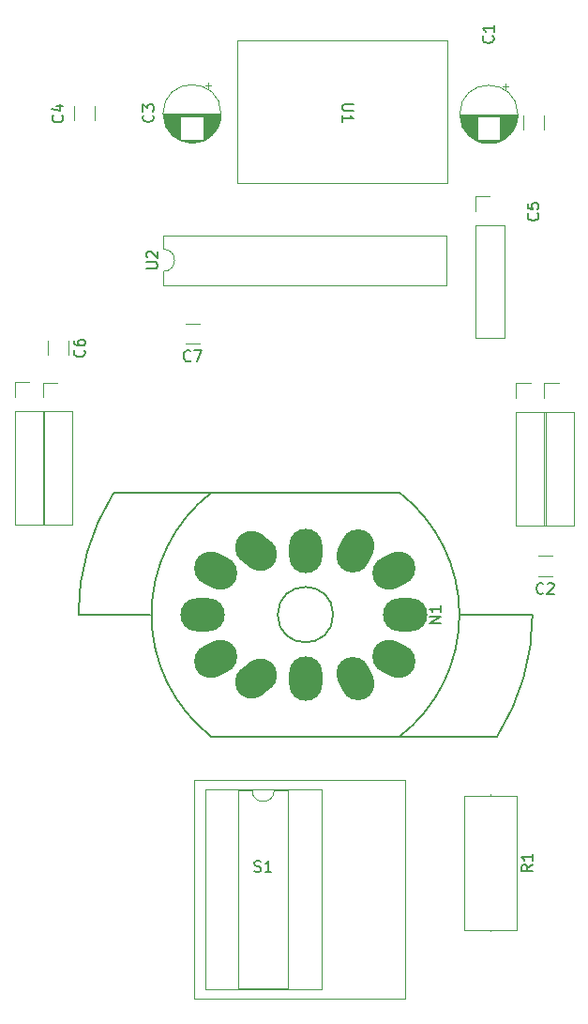
<source format=gbr>
%TF.GenerationSoftware,KiCad,Pcbnew,8.0.8*%
%TF.CreationDate,2025-03-08T09:49:48-08:00*%
%TF.ProjectId,proto,70726f74-6f2e-46b6-9963-61645f706362,rev?*%
%TF.SameCoordinates,Original*%
%TF.FileFunction,Legend,Top*%
%TF.FilePolarity,Positive*%
%FSLAX46Y46*%
G04 Gerber Fmt 4.6, Leading zero omitted, Abs format (unit mm)*
G04 Created by KiCad (PCBNEW 8.0.8) date 2025-03-08 09:49:48*
%MOMM*%
%LPD*%
G01*
G04 APERTURE LIST*
G04 Aperture macros list*
%AMHorizOval*
0 Thick line with rounded ends*
0 $1 width*
0 $2 $3 position (X,Y) of the first rounded end (center of the circle)*
0 $4 $5 position (X,Y) of the second rounded end (center of the circle)*
0 Add line between two ends*
20,1,$1,$2,$3,$4,$5,0*
0 Add two circle primitives to create the rounded ends*
1,1,$1,$2,$3*
1,1,$1,$4,$5*%
G04 Aperture macros list end*
%ADD10C,0.150000*%
%ADD11C,0.120000*%
%ADD12HorizOval,3.000000X-0.447077X-0.223880X0.447077X0.223880X0*%
%ADD13HorizOval,3.000000X-0.223880X-0.447077X0.223880X0.447077X0*%
%ADD14O,3.000000X4.000000*%
%ADD15HorizOval,3.000000X-0.394005X0.307831X0.394005X-0.307831X0*%
%ADD16HorizOval,3.000000X-0.447077X0.223880X0.447077X-0.223880X0*%
%ADD17O,4.000000X3.000000*%
%ADD18HorizOval,3.000000X0.447077X0.223880X-0.447077X-0.223880X0*%
%ADD19HorizOval,3.000000X0.394005X0.307831X-0.394005X-0.307831X0*%
%ADD20HorizOval,3.000000X-0.223880X0.447077X0.223880X-0.447077X0*%
%ADD21HorizOval,3.000000X-0.447077X0.223880X0.447077X-0.223880X0*%
G04 APERTURE END LIST*
D10*
X104798095Y-168717200D02*
X104940952Y-168764819D01*
X104940952Y-168764819D02*
X105179047Y-168764819D01*
X105179047Y-168764819D02*
X105274285Y-168717200D01*
X105274285Y-168717200D02*
X105321904Y-168669580D01*
X105321904Y-168669580D02*
X105369523Y-168574342D01*
X105369523Y-168574342D02*
X105369523Y-168479104D01*
X105369523Y-168479104D02*
X105321904Y-168383866D01*
X105321904Y-168383866D02*
X105274285Y-168336247D01*
X105274285Y-168336247D02*
X105179047Y-168288628D01*
X105179047Y-168288628D02*
X104988571Y-168241009D01*
X104988571Y-168241009D02*
X104893333Y-168193390D01*
X104893333Y-168193390D02*
X104845714Y-168145771D01*
X104845714Y-168145771D02*
X104798095Y-168050533D01*
X104798095Y-168050533D02*
X104798095Y-167955295D01*
X104798095Y-167955295D02*
X104845714Y-167860057D01*
X104845714Y-167860057D02*
X104893333Y-167812438D01*
X104893333Y-167812438D02*
X104988571Y-167764819D01*
X104988571Y-167764819D02*
X105226666Y-167764819D01*
X105226666Y-167764819D02*
X105369523Y-167812438D01*
X106321904Y-168764819D02*
X105750476Y-168764819D01*
X106036190Y-168764819D02*
X106036190Y-167764819D01*
X106036190Y-167764819D02*
X105940952Y-167907676D01*
X105940952Y-167907676D02*
X105845714Y-168002914D01*
X105845714Y-168002914D02*
X105750476Y-168050533D01*
X126309580Y-93366666D02*
X126357200Y-93414285D01*
X126357200Y-93414285D02*
X126404819Y-93557142D01*
X126404819Y-93557142D02*
X126404819Y-93652380D01*
X126404819Y-93652380D02*
X126357200Y-93795237D01*
X126357200Y-93795237D02*
X126261961Y-93890475D01*
X126261961Y-93890475D02*
X126166723Y-93938094D01*
X126166723Y-93938094D02*
X125976247Y-93985713D01*
X125976247Y-93985713D02*
X125833390Y-93985713D01*
X125833390Y-93985713D02*
X125642914Y-93938094D01*
X125642914Y-93938094D02*
X125547676Y-93890475D01*
X125547676Y-93890475D02*
X125452438Y-93795237D01*
X125452438Y-93795237D02*
X125404819Y-93652380D01*
X125404819Y-93652380D02*
X125404819Y-93557142D01*
X125404819Y-93557142D02*
X125452438Y-93414285D01*
X125452438Y-93414285D02*
X125500057Y-93366666D01*
X126404819Y-92414285D02*
X126404819Y-92985713D01*
X126404819Y-92699999D02*
X125404819Y-92699999D01*
X125404819Y-92699999D02*
X125547676Y-92795237D01*
X125547676Y-92795237D02*
X125642914Y-92890475D01*
X125642914Y-92890475D02*
X125690533Y-92985713D01*
X130359580Y-109376666D02*
X130407200Y-109424285D01*
X130407200Y-109424285D02*
X130454819Y-109567142D01*
X130454819Y-109567142D02*
X130454819Y-109662380D01*
X130454819Y-109662380D02*
X130407200Y-109805237D01*
X130407200Y-109805237D02*
X130311961Y-109900475D01*
X130311961Y-109900475D02*
X130216723Y-109948094D01*
X130216723Y-109948094D02*
X130026247Y-109995713D01*
X130026247Y-109995713D02*
X129883390Y-109995713D01*
X129883390Y-109995713D02*
X129692914Y-109948094D01*
X129692914Y-109948094D02*
X129597676Y-109900475D01*
X129597676Y-109900475D02*
X129502438Y-109805237D01*
X129502438Y-109805237D02*
X129454819Y-109662380D01*
X129454819Y-109662380D02*
X129454819Y-109567142D01*
X129454819Y-109567142D02*
X129502438Y-109424285D01*
X129502438Y-109424285D02*
X129550057Y-109376666D01*
X129454819Y-108471904D02*
X129454819Y-108948094D01*
X129454819Y-108948094D02*
X129931009Y-108995713D01*
X129931009Y-108995713D02*
X129883390Y-108948094D01*
X129883390Y-108948094D02*
X129835771Y-108852856D01*
X129835771Y-108852856D02*
X129835771Y-108614761D01*
X129835771Y-108614761D02*
X129883390Y-108519523D01*
X129883390Y-108519523D02*
X129931009Y-108471904D01*
X129931009Y-108471904D02*
X130026247Y-108424285D01*
X130026247Y-108424285D02*
X130264342Y-108424285D01*
X130264342Y-108424285D02*
X130359580Y-108471904D01*
X130359580Y-108471904D02*
X130407200Y-108519523D01*
X130407200Y-108519523D02*
X130454819Y-108614761D01*
X130454819Y-108614761D02*
X130454819Y-108852856D01*
X130454819Y-108852856D02*
X130407200Y-108948094D01*
X130407200Y-108948094D02*
X130359580Y-108995713D01*
X89409580Y-121696666D02*
X89457200Y-121744285D01*
X89457200Y-121744285D02*
X89504819Y-121887142D01*
X89504819Y-121887142D02*
X89504819Y-121982380D01*
X89504819Y-121982380D02*
X89457200Y-122125237D01*
X89457200Y-122125237D02*
X89361961Y-122220475D01*
X89361961Y-122220475D02*
X89266723Y-122268094D01*
X89266723Y-122268094D02*
X89076247Y-122315713D01*
X89076247Y-122315713D02*
X88933390Y-122315713D01*
X88933390Y-122315713D02*
X88742914Y-122268094D01*
X88742914Y-122268094D02*
X88647676Y-122220475D01*
X88647676Y-122220475D02*
X88552438Y-122125237D01*
X88552438Y-122125237D02*
X88504819Y-121982380D01*
X88504819Y-121982380D02*
X88504819Y-121887142D01*
X88504819Y-121887142D02*
X88552438Y-121744285D01*
X88552438Y-121744285D02*
X88600057Y-121696666D01*
X88504819Y-120839523D02*
X88504819Y-121029999D01*
X88504819Y-121029999D02*
X88552438Y-121125237D01*
X88552438Y-121125237D02*
X88600057Y-121172856D01*
X88600057Y-121172856D02*
X88742914Y-121268094D01*
X88742914Y-121268094D02*
X88933390Y-121315713D01*
X88933390Y-121315713D02*
X89314342Y-121315713D01*
X89314342Y-121315713D02*
X89409580Y-121268094D01*
X89409580Y-121268094D02*
X89457200Y-121220475D01*
X89457200Y-121220475D02*
X89504819Y-121125237D01*
X89504819Y-121125237D02*
X89504819Y-120934761D01*
X89504819Y-120934761D02*
X89457200Y-120839523D01*
X89457200Y-120839523D02*
X89409580Y-120791904D01*
X89409580Y-120791904D02*
X89314342Y-120744285D01*
X89314342Y-120744285D02*
X89076247Y-120744285D01*
X89076247Y-120744285D02*
X88981009Y-120791904D01*
X88981009Y-120791904D02*
X88933390Y-120839523D01*
X88933390Y-120839523D02*
X88885771Y-120934761D01*
X88885771Y-120934761D02*
X88885771Y-121125237D01*
X88885771Y-121125237D02*
X88933390Y-121220475D01*
X88933390Y-121220475D02*
X88981009Y-121268094D01*
X88981009Y-121268094D02*
X89076247Y-121315713D01*
X130873333Y-143599580D02*
X130825714Y-143647200D01*
X130825714Y-143647200D02*
X130682857Y-143694819D01*
X130682857Y-143694819D02*
X130587619Y-143694819D01*
X130587619Y-143694819D02*
X130444762Y-143647200D01*
X130444762Y-143647200D02*
X130349524Y-143551961D01*
X130349524Y-143551961D02*
X130301905Y-143456723D01*
X130301905Y-143456723D02*
X130254286Y-143266247D01*
X130254286Y-143266247D02*
X130254286Y-143123390D01*
X130254286Y-143123390D02*
X130301905Y-142932914D01*
X130301905Y-142932914D02*
X130349524Y-142837676D01*
X130349524Y-142837676D02*
X130444762Y-142742438D01*
X130444762Y-142742438D02*
X130587619Y-142694819D01*
X130587619Y-142694819D02*
X130682857Y-142694819D01*
X130682857Y-142694819D02*
X130825714Y-142742438D01*
X130825714Y-142742438D02*
X130873333Y-142790057D01*
X131254286Y-142790057D02*
X131301905Y-142742438D01*
X131301905Y-142742438D02*
X131397143Y-142694819D01*
X131397143Y-142694819D02*
X131635238Y-142694819D01*
X131635238Y-142694819D02*
X131730476Y-142742438D01*
X131730476Y-142742438D02*
X131778095Y-142790057D01*
X131778095Y-142790057D02*
X131825714Y-142885295D01*
X131825714Y-142885295D02*
X131825714Y-142980533D01*
X131825714Y-142980533D02*
X131778095Y-143123390D01*
X131778095Y-143123390D02*
X131206667Y-143694819D01*
X131206667Y-143694819D02*
X131825714Y-143694819D01*
X121604819Y-146321904D02*
X120604819Y-146321904D01*
X120604819Y-146321904D02*
X121604819Y-145750476D01*
X121604819Y-145750476D02*
X120604819Y-145750476D01*
X121604819Y-144750476D02*
X121604819Y-145321904D01*
X121604819Y-145036190D02*
X120604819Y-145036190D01*
X120604819Y-145036190D02*
X120747676Y-145131428D01*
X120747676Y-145131428D02*
X120842914Y-145226666D01*
X120842914Y-145226666D02*
X120890533Y-145321904D01*
X129894819Y-168126666D02*
X129418628Y-168459999D01*
X129894819Y-168698094D02*
X128894819Y-168698094D01*
X128894819Y-168698094D02*
X128894819Y-168317142D01*
X128894819Y-168317142D02*
X128942438Y-168221904D01*
X128942438Y-168221904D02*
X128990057Y-168174285D01*
X128990057Y-168174285D02*
X129085295Y-168126666D01*
X129085295Y-168126666D02*
X129228152Y-168126666D01*
X129228152Y-168126666D02*
X129323390Y-168174285D01*
X129323390Y-168174285D02*
X129371009Y-168221904D01*
X129371009Y-168221904D02*
X129418628Y-168317142D01*
X129418628Y-168317142D02*
X129418628Y-168698094D01*
X129894819Y-167174285D02*
X129894819Y-167745713D01*
X129894819Y-167459999D02*
X128894819Y-167459999D01*
X128894819Y-167459999D02*
X129037676Y-167555237D01*
X129037676Y-167555237D02*
X129132914Y-167650475D01*
X129132914Y-167650475D02*
X129180533Y-167745713D01*
X95034819Y-114351904D02*
X95844342Y-114351904D01*
X95844342Y-114351904D02*
X95939580Y-114304285D01*
X95939580Y-114304285D02*
X95987200Y-114256666D01*
X95987200Y-114256666D02*
X96034819Y-114161428D01*
X96034819Y-114161428D02*
X96034819Y-113970952D01*
X96034819Y-113970952D02*
X95987200Y-113875714D01*
X95987200Y-113875714D02*
X95939580Y-113828095D01*
X95939580Y-113828095D02*
X95844342Y-113780476D01*
X95844342Y-113780476D02*
X95034819Y-113780476D01*
X95130057Y-113351904D02*
X95082438Y-113304285D01*
X95082438Y-113304285D02*
X95034819Y-113209047D01*
X95034819Y-113209047D02*
X95034819Y-112970952D01*
X95034819Y-112970952D02*
X95082438Y-112875714D01*
X95082438Y-112875714D02*
X95130057Y-112828095D01*
X95130057Y-112828095D02*
X95225295Y-112780476D01*
X95225295Y-112780476D02*
X95320533Y-112780476D01*
X95320533Y-112780476D02*
X95463390Y-112828095D01*
X95463390Y-112828095D02*
X96034819Y-113399523D01*
X96034819Y-113399523D02*
X96034819Y-112780476D01*
X99023333Y-122629580D02*
X98975714Y-122677200D01*
X98975714Y-122677200D02*
X98832857Y-122724819D01*
X98832857Y-122724819D02*
X98737619Y-122724819D01*
X98737619Y-122724819D02*
X98594762Y-122677200D01*
X98594762Y-122677200D02*
X98499524Y-122581961D01*
X98499524Y-122581961D02*
X98451905Y-122486723D01*
X98451905Y-122486723D02*
X98404286Y-122296247D01*
X98404286Y-122296247D02*
X98404286Y-122153390D01*
X98404286Y-122153390D02*
X98451905Y-121962914D01*
X98451905Y-121962914D02*
X98499524Y-121867676D01*
X98499524Y-121867676D02*
X98594762Y-121772438D01*
X98594762Y-121772438D02*
X98737619Y-121724819D01*
X98737619Y-121724819D02*
X98832857Y-121724819D01*
X98832857Y-121724819D02*
X98975714Y-121772438D01*
X98975714Y-121772438D02*
X99023333Y-121820057D01*
X99356667Y-121724819D02*
X100023333Y-121724819D01*
X100023333Y-121724819D02*
X99594762Y-122724819D01*
X95619580Y-100496666D02*
X95667200Y-100544285D01*
X95667200Y-100544285D02*
X95714819Y-100687142D01*
X95714819Y-100687142D02*
X95714819Y-100782380D01*
X95714819Y-100782380D02*
X95667200Y-100925237D01*
X95667200Y-100925237D02*
X95571961Y-101020475D01*
X95571961Y-101020475D02*
X95476723Y-101068094D01*
X95476723Y-101068094D02*
X95286247Y-101115713D01*
X95286247Y-101115713D02*
X95143390Y-101115713D01*
X95143390Y-101115713D02*
X94952914Y-101068094D01*
X94952914Y-101068094D02*
X94857676Y-101020475D01*
X94857676Y-101020475D02*
X94762438Y-100925237D01*
X94762438Y-100925237D02*
X94714819Y-100782380D01*
X94714819Y-100782380D02*
X94714819Y-100687142D01*
X94714819Y-100687142D02*
X94762438Y-100544285D01*
X94762438Y-100544285D02*
X94810057Y-100496666D01*
X94714819Y-100163332D02*
X94714819Y-99544285D01*
X94714819Y-99544285D02*
X95095771Y-99877618D01*
X95095771Y-99877618D02*
X95095771Y-99734761D01*
X95095771Y-99734761D02*
X95143390Y-99639523D01*
X95143390Y-99639523D02*
X95191009Y-99591904D01*
X95191009Y-99591904D02*
X95286247Y-99544285D01*
X95286247Y-99544285D02*
X95524342Y-99544285D01*
X95524342Y-99544285D02*
X95619580Y-99591904D01*
X95619580Y-99591904D02*
X95667200Y-99639523D01*
X95667200Y-99639523D02*
X95714819Y-99734761D01*
X95714819Y-99734761D02*
X95714819Y-100020475D01*
X95714819Y-100020475D02*
X95667200Y-100115713D01*
X95667200Y-100115713D02*
X95619580Y-100163332D01*
X113735180Y-99518095D02*
X112925657Y-99518095D01*
X112925657Y-99518095D02*
X112830419Y-99565714D01*
X112830419Y-99565714D02*
X112782800Y-99613333D01*
X112782800Y-99613333D02*
X112735180Y-99708571D01*
X112735180Y-99708571D02*
X112735180Y-99899047D01*
X112735180Y-99899047D02*
X112782800Y-99994285D01*
X112782800Y-99994285D02*
X112830419Y-100041904D01*
X112830419Y-100041904D02*
X112925657Y-100089523D01*
X112925657Y-100089523D02*
X113735180Y-100089523D01*
X112735180Y-101089523D02*
X112735180Y-100518095D01*
X112735180Y-100803809D02*
X113735180Y-100803809D01*
X113735180Y-100803809D02*
X113592323Y-100708571D01*
X113592323Y-100708571D02*
X113497085Y-100613333D01*
X113497085Y-100613333D02*
X113449466Y-100518095D01*
X87439580Y-100526666D02*
X87487200Y-100574285D01*
X87487200Y-100574285D02*
X87534819Y-100717142D01*
X87534819Y-100717142D02*
X87534819Y-100812380D01*
X87534819Y-100812380D02*
X87487200Y-100955237D01*
X87487200Y-100955237D02*
X87391961Y-101050475D01*
X87391961Y-101050475D02*
X87296723Y-101098094D01*
X87296723Y-101098094D02*
X87106247Y-101145713D01*
X87106247Y-101145713D02*
X86963390Y-101145713D01*
X86963390Y-101145713D02*
X86772914Y-101098094D01*
X86772914Y-101098094D02*
X86677676Y-101050475D01*
X86677676Y-101050475D02*
X86582438Y-100955237D01*
X86582438Y-100955237D02*
X86534819Y-100812380D01*
X86534819Y-100812380D02*
X86534819Y-100717142D01*
X86534819Y-100717142D02*
X86582438Y-100574285D01*
X86582438Y-100574285D02*
X86630057Y-100526666D01*
X86868152Y-99669523D02*
X87534819Y-99669523D01*
X86487200Y-99907618D02*
X87201485Y-100145713D01*
X87201485Y-100145713D02*
X87201485Y-99526666D01*
D11*
%TO.C,S1*%
X100330000Y-161350000D02*
X100330000Y-179370000D01*
X100330000Y-179370000D02*
X110830000Y-179370000D01*
X103330000Y-161410000D02*
X103330000Y-179310000D01*
X103330000Y-179310000D02*
X107830000Y-179310000D01*
X104580000Y-161410000D02*
X103330000Y-161410000D01*
X107830000Y-161410000D02*
X106580000Y-161410000D01*
X107830000Y-179310000D02*
X107830000Y-161410000D01*
X110830000Y-161350000D02*
X100330000Y-161350000D01*
X110830000Y-179370000D02*
X110830000Y-161350000D01*
X99360104Y-160470052D02*
X118360000Y-160470052D01*
X118360000Y-180229948D01*
X99360104Y-180229948D01*
X99360104Y-160470052D01*
X106580000Y-161410000D02*
G75*
G02*
X104580000Y-161410000I-1000000J0D01*
G01*
%TO.C,C1*%
X124910000Y-100664888D02*
X123381000Y-100664888D01*
X124910000Y-100704888D02*
X123385000Y-100704888D01*
X124910000Y-100744888D02*
X123389000Y-100744888D01*
X124910000Y-100784888D02*
X123394000Y-100784888D01*
X124910000Y-100824888D02*
X123400000Y-100824888D01*
X124910000Y-100864888D02*
X123407000Y-100864888D01*
X124910000Y-100904888D02*
X123414000Y-100904888D01*
X124910000Y-100944888D02*
X123422000Y-100944888D01*
X124910000Y-100984888D02*
X123430000Y-100984888D01*
X124910000Y-101024888D02*
X123439000Y-101024888D01*
X124910000Y-101064888D02*
X123449000Y-101064888D01*
X124910000Y-101104888D02*
X123459000Y-101104888D01*
X124910000Y-101145888D02*
X123470000Y-101145888D01*
X124910000Y-101185888D02*
X123482000Y-101185888D01*
X124910000Y-101225888D02*
X123495000Y-101225888D01*
X124910000Y-101265888D02*
X123508000Y-101265888D01*
X124910000Y-101305888D02*
X123522000Y-101305888D01*
X124910000Y-101345888D02*
X123536000Y-101345888D01*
X124910000Y-101385888D02*
X123552000Y-101385888D01*
X124910000Y-101425888D02*
X123568000Y-101425888D01*
X124910000Y-101465888D02*
X123585000Y-101465888D01*
X124910000Y-101505888D02*
X123602000Y-101505888D01*
X124910000Y-101545888D02*
X123621000Y-101545888D01*
X124910000Y-101585888D02*
X123640000Y-101585888D01*
X124910000Y-101625888D02*
X123660000Y-101625888D01*
X124910000Y-101665888D02*
X123682000Y-101665888D01*
X124910000Y-101705888D02*
X123703000Y-101705888D01*
X124910000Y-101745888D02*
X123726000Y-101745888D01*
X124910000Y-101785888D02*
X123750000Y-101785888D01*
X124910000Y-101825888D02*
X123775000Y-101825888D01*
X124910000Y-101865888D02*
X123801000Y-101865888D01*
X124910000Y-101905888D02*
X123828000Y-101905888D01*
X124910000Y-101945888D02*
X123855000Y-101945888D01*
X124910000Y-101985888D02*
X123885000Y-101985888D01*
X124910000Y-102025888D02*
X123915000Y-102025888D01*
X124910000Y-102065888D02*
X123946000Y-102065888D01*
X124910000Y-102105888D02*
X123979000Y-102105888D01*
X124910000Y-102145888D02*
X124013000Y-102145888D01*
X124910000Y-102185888D02*
X124049000Y-102185888D01*
X124910000Y-102225888D02*
X124086000Y-102225888D01*
X124910000Y-102265888D02*
X124124000Y-102265888D01*
X124910000Y-102305888D02*
X124165000Y-102305888D01*
X124910000Y-102345888D02*
X124207000Y-102345888D01*
X124910000Y-102385888D02*
X124251000Y-102385888D01*
X124910000Y-102425888D02*
X124297000Y-102425888D01*
X124910000Y-102465888D02*
X124345000Y-102465888D01*
X124910000Y-102505888D02*
X124396000Y-102505888D01*
X124910000Y-102545888D02*
X124450000Y-102545888D01*
X124910000Y-102585888D02*
X124507000Y-102585888D01*
X124910000Y-102625888D02*
X124567000Y-102625888D01*
X124910000Y-102665888D02*
X124631000Y-102665888D01*
X124910000Y-102705888D02*
X124699000Y-102705888D01*
X126234000Y-103025888D02*
X125666000Y-103025888D01*
X126468000Y-102985888D02*
X125432000Y-102985888D01*
X126627000Y-102945888D02*
X125273000Y-102945888D01*
X126755000Y-102905888D02*
X125145000Y-102905888D01*
X126865000Y-102865888D02*
X125035000Y-102865888D01*
X126961000Y-102825888D02*
X124939000Y-102825888D01*
X127048000Y-102785888D02*
X124852000Y-102785888D01*
X127128000Y-102745888D02*
X124772000Y-102745888D01*
X127201000Y-102705888D02*
X126990000Y-102705888D01*
X127269000Y-102665888D02*
X126990000Y-102665888D01*
X127333000Y-102625888D02*
X126990000Y-102625888D01*
X127393000Y-102585888D02*
X126990000Y-102585888D01*
X127425000Y-97620113D02*
X127425000Y-98120113D01*
X127450000Y-102545888D02*
X126990000Y-102545888D01*
X127504000Y-102505888D02*
X126990000Y-102505888D01*
X127555000Y-102465888D02*
X126990000Y-102465888D01*
X127603000Y-102425888D02*
X126990000Y-102425888D01*
X127649000Y-102385888D02*
X126990000Y-102385888D01*
X127675000Y-97870113D02*
X127175000Y-97870113D01*
X127693000Y-102345888D02*
X126990000Y-102345888D01*
X127735000Y-102305888D02*
X126990000Y-102305888D01*
X127776000Y-102265888D02*
X126990000Y-102265888D01*
X127814000Y-102225888D02*
X126990000Y-102225888D01*
X127851000Y-102185888D02*
X126990000Y-102185888D01*
X127887000Y-102145888D02*
X126990000Y-102145888D01*
X127921000Y-102105888D02*
X126990000Y-102105888D01*
X127954000Y-102065888D02*
X126990000Y-102065888D01*
X127985000Y-102025888D02*
X126990000Y-102025888D01*
X128015000Y-101985888D02*
X126990000Y-101985888D01*
X128045000Y-101945888D02*
X126990000Y-101945888D01*
X128072000Y-101905888D02*
X126990000Y-101905888D01*
X128099000Y-101865888D02*
X126990000Y-101865888D01*
X128125000Y-101825888D02*
X126990000Y-101825888D01*
X128150000Y-101785888D02*
X126990000Y-101785888D01*
X128174000Y-101745888D02*
X126990000Y-101745888D01*
X128197000Y-101705888D02*
X126990000Y-101705888D01*
X128218000Y-101665888D02*
X126990000Y-101665888D01*
X128240000Y-101625888D02*
X126990000Y-101625888D01*
X128260000Y-101585888D02*
X126990000Y-101585888D01*
X128279000Y-101545888D02*
X126990000Y-101545888D01*
X128298000Y-101505888D02*
X126990000Y-101505888D01*
X128315000Y-101465888D02*
X126990000Y-101465888D01*
X128332000Y-101425888D02*
X126990000Y-101425888D01*
X128348000Y-101385888D02*
X126990000Y-101385888D01*
X128364000Y-101345888D02*
X126990000Y-101345888D01*
X128378000Y-101305888D02*
X126990000Y-101305888D01*
X128392000Y-101265888D02*
X126990000Y-101265888D01*
X128405000Y-101225888D02*
X126990000Y-101225888D01*
X128418000Y-101185888D02*
X126990000Y-101185888D01*
X128430000Y-101145888D02*
X126990000Y-101145888D01*
X128441000Y-101104888D02*
X126990000Y-101104888D01*
X128451000Y-101064888D02*
X126990000Y-101064888D01*
X128461000Y-101024888D02*
X126990000Y-101024888D01*
X128470000Y-100984888D02*
X126990000Y-100984888D01*
X128478000Y-100944888D02*
X126990000Y-100944888D01*
X128486000Y-100904888D02*
X126990000Y-100904888D01*
X128493000Y-100864888D02*
X126990000Y-100864888D01*
X128500000Y-100824888D02*
X126990000Y-100824888D01*
X128506000Y-100784888D02*
X126990000Y-100784888D01*
X128511000Y-100744888D02*
X126990000Y-100744888D01*
X128515000Y-100704888D02*
X126990000Y-100704888D01*
X128519000Y-100664888D02*
X126990000Y-100664888D01*
X128523000Y-100624888D02*
X123377000Y-100624888D01*
X128526000Y-100584888D02*
X123374000Y-100584888D01*
X128528000Y-100544888D02*
X123372000Y-100544888D01*
X128529000Y-100504888D02*
X123371000Y-100504888D01*
X128530000Y-100424888D02*
X123370000Y-100424888D01*
X128530000Y-100464888D02*
X123370000Y-100464888D01*
X128570000Y-100424888D02*
G75*
G02*
X123330000Y-100424888I-2620000J0D01*
G01*
X123330000Y-100424888D02*
G75*
G02*
X128570000Y-100424888I2620000J0D01*
G01*
%TO.C,J2*%
X130960000Y-124675000D02*
X132290000Y-124675000D01*
X130960000Y-126005000D02*
X130960000Y-124675000D01*
X130960000Y-127275000D02*
X130960000Y-137495000D01*
X130960000Y-127275000D02*
X133620000Y-127275000D01*
X130960000Y-137495000D02*
X133620000Y-137495000D01*
X133620000Y-127275000D02*
X133620000Y-137495000D01*
%TO.C,C5*%
X129080000Y-100511000D02*
X129080000Y-101769000D01*
X130920000Y-100511000D02*
X130920000Y-101769000D01*
%TO.C,C6*%
X86140000Y-122109000D02*
X86140000Y-120851000D01*
X87980000Y-122109000D02*
X87980000Y-120851000D01*
%TO.C,J1*%
X124730000Y-107810000D02*
X126060000Y-107810000D01*
X124730000Y-109140000D02*
X124730000Y-107810000D01*
X124730000Y-110410000D02*
X124730000Y-120630000D01*
X124730000Y-110410000D02*
X127390000Y-110410000D01*
X124730000Y-120630000D02*
X127390000Y-120630000D01*
X127390000Y-110410000D02*
X127390000Y-120630000D01*
%TO.C,C2*%
X131669000Y-140270000D02*
X130411000Y-140270000D01*
X131669000Y-142110000D02*
X130411000Y-142110000D01*
D10*
%TO.C,N1*%
X88900000Y-145560000D02*
X95400000Y-145560000D01*
X92100000Y-134560000D02*
X100900000Y-134560000D01*
X109400000Y-134560000D02*
X100900000Y-134560000D01*
X109400000Y-134560000D02*
X117900000Y-134560000D01*
X109400000Y-156560000D02*
X100900000Y-156560000D01*
X109400000Y-156560000D02*
X117900000Y-156560000D01*
X126700000Y-156560000D02*
X117900000Y-156560000D01*
X129900000Y-145560000D02*
X123400000Y-145560000D01*
X88900000Y-145560000D02*
G75*
G02*
X92053040Y-134636036I20499991J3D01*
G01*
X100900000Y-156560000D02*
G75*
G02*
X100916997Y-134546887I8499999J11000000D01*
G01*
X117900000Y-134560000D02*
G75*
G02*
X117883003Y-156573113I-8500000J-11000000D01*
G01*
X129900000Y-145560000D02*
G75*
G02*
X126727868Y-156514223I-20500000J0D01*
G01*
X111900000Y-145560000D02*
G75*
G02*
X106900000Y-145560000I-2500000J0D01*
G01*
X106900000Y-145560000D02*
G75*
G02*
X111900000Y-145560000I2500000J0D01*
G01*
D11*
%TO.C,R1*%
X123700000Y-161890000D02*
X123700000Y-174030000D01*
X123700000Y-174030000D02*
X128440000Y-174030000D01*
X126070000Y-161780000D02*
X126070000Y-161890000D01*
X126070000Y-174140000D02*
X126070000Y-174030000D01*
X128440000Y-161890000D02*
X123700000Y-161890000D01*
X128440000Y-174030000D02*
X128440000Y-161890000D01*
%TO.C,J4*%
X128420000Y-124670000D02*
X129750000Y-124670000D01*
X128420000Y-126000000D02*
X128420000Y-124670000D01*
X128420000Y-127270000D02*
X128420000Y-137490000D01*
X128420000Y-127270000D02*
X131080000Y-127270000D01*
X128420000Y-137490000D02*
X131080000Y-137490000D01*
X131080000Y-127270000D02*
X131080000Y-137490000D01*
%TO.C,U2*%
X96580000Y-111340000D02*
X96580000Y-112590000D01*
X96580000Y-114590000D02*
X96580000Y-115840000D01*
X96580000Y-115840000D02*
X122100000Y-115840000D01*
X122100000Y-111340000D02*
X96580000Y-111340000D01*
X122100000Y-115840000D02*
X122100000Y-111340000D01*
X96580000Y-112590000D02*
G75*
G02*
X96580000Y-114590000I0J-1000000D01*
G01*
%TO.C,J5*%
X85700000Y-124620000D02*
X87030000Y-124620000D01*
X85700000Y-125950000D02*
X85700000Y-124620000D01*
X85700000Y-127220000D02*
X85700000Y-137440000D01*
X85700000Y-127220000D02*
X88360000Y-127220000D01*
X85700000Y-137440000D02*
X88360000Y-137440000D01*
X88360000Y-127220000D02*
X88360000Y-137440000D01*
%TO.C,C7*%
X99819000Y-119300000D02*
X98561000Y-119300000D01*
X99819000Y-121140000D02*
X98561000Y-121140000D01*
%TO.C,J3*%
X83150000Y-124590000D02*
X84480000Y-124590000D01*
X83150000Y-125920000D02*
X83150000Y-124590000D01*
X83150000Y-127190000D02*
X83150000Y-137410000D01*
X83150000Y-127190000D02*
X85810000Y-127190000D01*
X83150000Y-137410000D02*
X85810000Y-137410000D01*
X85810000Y-127190000D02*
X85810000Y-137410000D01*
%TO.C,C3*%
X98120000Y-100614888D02*
X96591000Y-100614888D01*
X98120000Y-100654888D02*
X96595000Y-100654888D01*
X98120000Y-100694888D02*
X96599000Y-100694888D01*
X98120000Y-100734888D02*
X96604000Y-100734888D01*
X98120000Y-100774888D02*
X96610000Y-100774888D01*
X98120000Y-100814888D02*
X96617000Y-100814888D01*
X98120000Y-100854888D02*
X96624000Y-100854888D01*
X98120000Y-100894888D02*
X96632000Y-100894888D01*
X98120000Y-100934888D02*
X96640000Y-100934888D01*
X98120000Y-100974888D02*
X96649000Y-100974888D01*
X98120000Y-101014888D02*
X96659000Y-101014888D01*
X98120000Y-101054888D02*
X96669000Y-101054888D01*
X98120000Y-101095888D02*
X96680000Y-101095888D01*
X98120000Y-101135888D02*
X96692000Y-101135888D01*
X98120000Y-101175888D02*
X96705000Y-101175888D01*
X98120000Y-101215888D02*
X96718000Y-101215888D01*
X98120000Y-101255888D02*
X96732000Y-101255888D01*
X98120000Y-101295888D02*
X96746000Y-101295888D01*
X98120000Y-101335888D02*
X96762000Y-101335888D01*
X98120000Y-101375888D02*
X96778000Y-101375888D01*
X98120000Y-101415888D02*
X96795000Y-101415888D01*
X98120000Y-101455888D02*
X96812000Y-101455888D01*
X98120000Y-101495888D02*
X96831000Y-101495888D01*
X98120000Y-101535888D02*
X96850000Y-101535888D01*
X98120000Y-101575888D02*
X96870000Y-101575888D01*
X98120000Y-101615888D02*
X96892000Y-101615888D01*
X98120000Y-101655888D02*
X96913000Y-101655888D01*
X98120000Y-101695888D02*
X96936000Y-101695888D01*
X98120000Y-101735888D02*
X96960000Y-101735888D01*
X98120000Y-101775888D02*
X96985000Y-101775888D01*
X98120000Y-101815888D02*
X97011000Y-101815888D01*
X98120000Y-101855888D02*
X97038000Y-101855888D01*
X98120000Y-101895888D02*
X97065000Y-101895888D01*
X98120000Y-101935888D02*
X97095000Y-101935888D01*
X98120000Y-101975888D02*
X97125000Y-101975888D01*
X98120000Y-102015888D02*
X97156000Y-102015888D01*
X98120000Y-102055888D02*
X97189000Y-102055888D01*
X98120000Y-102095888D02*
X97223000Y-102095888D01*
X98120000Y-102135888D02*
X97259000Y-102135888D01*
X98120000Y-102175888D02*
X97296000Y-102175888D01*
X98120000Y-102215888D02*
X97334000Y-102215888D01*
X98120000Y-102255888D02*
X97375000Y-102255888D01*
X98120000Y-102295888D02*
X97417000Y-102295888D01*
X98120000Y-102335888D02*
X97461000Y-102335888D01*
X98120000Y-102375888D02*
X97507000Y-102375888D01*
X98120000Y-102415888D02*
X97555000Y-102415888D01*
X98120000Y-102455888D02*
X97606000Y-102455888D01*
X98120000Y-102495888D02*
X97660000Y-102495888D01*
X98120000Y-102535888D02*
X97717000Y-102535888D01*
X98120000Y-102575888D02*
X97777000Y-102575888D01*
X98120000Y-102615888D02*
X97841000Y-102615888D01*
X98120000Y-102655888D02*
X97909000Y-102655888D01*
X99444000Y-102975888D02*
X98876000Y-102975888D01*
X99678000Y-102935888D02*
X98642000Y-102935888D01*
X99837000Y-102895888D02*
X98483000Y-102895888D01*
X99965000Y-102855888D02*
X98355000Y-102855888D01*
X100075000Y-102815888D02*
X98245000Y-102815888D01*
X100171000Y-102775888D02*
X98149000Y-102775888D01*
X100258000Y-102735888D02*
X98062000Y-102735888D01*
X100338000Y-102695888D02*
X97982000Y-102695888D01*
X100411000Y-102655888D02*
X100200000Y-102655888D01*
X100479000Y-102615888D02*
X100200000Y-102615888D01*
X100543000Y-102575888D02*
X100200000Y-102575888D01*
X100603000Y-102535888D02*
X100200000Y-102535888D01*
X100635000Y-97570113D02*
X100635000Y-98070113D01*
X100660000Y-102495888D02*
X100200000Y-102495888D01*
X100714000Y-102455888D02*
X100200000Y-102455888D01*
X100765000Y-102415888D02*
X100200000Y-102415888D01*
X100813000Y-102375888D02*
X100200000Y-102375888D01*
X100859000Y-102335888D02*
X100200000Y-102335888D01*
X100885000Y-97820113D02*
X100385000Y-97820113D01*
X100903000Y-102295888D02*
X100200000Y-102295888D01*
X100945000Y-102255888D02*
X100200000Y-102255888D01*
X100986000Y-102215888D02*
X100200000Y-102215888D01*
X101024000Y-102175888D02*
X100200000Y-102175888D01*
X101061000Y-102135888D02*
X100200000Y-102135888D01*
X101097000Y-102095888D02*
X100200000Y-102095888D01*
X101131000Y-102055888D02*
X100200000Y-102055888D01*
X101164000Y-102015888D02*
X100200000Y-102015888D01*
X101195000Y-101975888D02*
X100200000Y-101975888D01*
X101225000Y-101935888D02*
X100200000Y-101935888D01*
X101255000Y-101895888D02*
X100200000Y-101895888D01*
X101282000Y-101855888D02*
X100200000Y-101855888D01*
X101309000Y-101815888D02*
X100200000Y-101815888D01*
X101335000Y-101775888D02*
X100200000Y-101775888D01*
X101360000Y-101735888D02*
X100200000Y-101735888D01*
X101384000Y-101695888D02*
X100200000Y-101695888D01*
X101407000Y-101655888D02*
X100200000Y-101655888D01*
X101428000Y-101615888D02*
X100200000Y-101615888D01*
X101450000Y-101575888D02*
X100200000Y-101575888D01*
X101470000Y-101535888D02*
X100200000Y-101535888D01*
X101489000Y-101495888D02*
X100200000Y-101495888D01*
X101508000Y-101455888D02*
X100200000Y-101455888D01*
X101525000Y-101415888D02*
X100200000Y-101415888D01*
X101542000Y-101375888D02*
X100200000Y-101375888D01*
X101558000Y-101335888D02*
X100200000Y-101335888D01*
X101574000Y-101295888D02*
X100200000Y-101295888D01*
X101588000Y-101255888D02*
X100200000Y-101255888D01*
X101602000Y-101215888D02*
X100200000Y-101215888D01*
X101615000Y-101175888D02*
X100200000Y-101175888D01*
X101628000Y-101135888D02*
X100200000Y-101135888D01*
X101640000Y-101095888D02*
X100200000Y-101095888D01*
X101651000Y-101054888D02*
X100200000Y-101054888D01*
X101661000Y-101014888D02*
X100200000Y-101014888D01*
X101671000Y-100974888D02*
X100200000Y-100974888D01*
X101680000Y-100934888D02*
X100200000Y-100934888D01*
X101688000Y-100894888D02*
X100200000Y-100894888D01*
X101696000Y-100854888D02*
X100200000Y-100854888D01*
X101703000Y-100814888D02*
X100200000Y-100814888D01*
X101710000Y-100774888D02*
X100200000Y-100774888D01*
X101716000Y-100734888D02*
X100200000Y-100734888D01*
X101721000Y-100694888D02*
X100200000Y-100694888D01*
X101725000Y-100654888D02*
X100200000Y-100654888D01*
X101729000Y-100614888D02*
X100200000Y-100614888D01*
X101733000Y-100574888D02*
X96587000Y-100574888D01*
X101736000Y-100534888D02*
X96584000Y-100534888D01*
X101738000Y-100494888D02*
X96582000Y-100494888D01*
X101739000Y-100454888D02*
X96581000Y-100454888D01*
X101740000Y-100374888D02*
X96580000Y-100374888D01*
X101740000Y-100414888D02*
X96580000Y-100414888D01*
X101780000Y-100374888D02*
G75*
G02*
X96540000Y-100374888I-2620000J0D01*
G01*
X96540000Y-100374888D02*
G75*
G02*
X101780000Y-100374888I2620000J0D01*
G01*
%TO.C,U1*%
X122210000Y-93720000D02*
X103210000Y-93720000D01*
X103210000Y-106670000D01*
X122210000Y-106670000D01*
X122210000Y-93720000D01*
%TO.C,C4*%
X88530000Y-99671000D02*
X88530000Y-100929000D01*
X90370000Y-99671000D02*
X90370000Y-100929000D01*
%TD*%
D12*
%TO.C,N1*%
X117400000Y-141560000D03*
D13*
X113900000Y-139810000D03*
D14*
X109400000Y-139810000D03*
D15*
X104900000Y-139810000D03*
D16*
X101275000Y-141560000D03*
D17*
X100150000Y-145560000D03*
D18*
X101275000Y-149560000D03*
D19*
X104900000Y-151310000D03*
D14*
X109400000Y-151310000D03*
D20*
X113900000Y-151310000D03*
D21*
X117400000Y-149560000D03*
D17*
X118400000Y-145560000D03*
%TD*%
M02*

</source>
